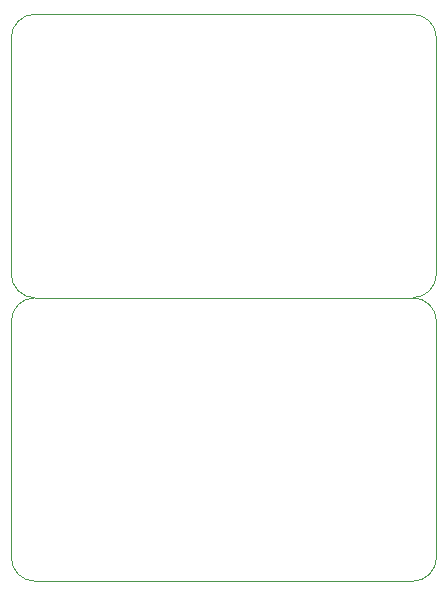
<source format=gbr>
G04 (created by PCBNEW (2013-03-19 BZR 4004)-stable) date 2015/1/6 10:08:28*
%MOIN*%
G04 Gerber Fmt 3.4, Leading zero omitted, Abs format*
%FSLAX34Y34*%
G01*
G70*
G90*
G04 APERTURE LIST*
%ADD10C,0*%
%ADD11C,0.00393701*%
G04 APERTURE END LIST*
G54D10*
G54D11*
X29133Y-29527D02*
G75*
G03X29921Y-28740I0J787D01*
G74*
G01*
X15748Y-28740D02*
G75*
G03X16535Y-29527I787J0D01*
G74*
G01*
X16535Y-20078D02*
G75*
G03X15748Y-20866I0J-787D01*
G74*
G01*
X29921Y-20866D02*
G75*
G03X29133Y-20078I-787J0D01*
G74*
G01*
X29921Y-28740D02*
X29921Y-20866D01*
X16535Y-29527D02*
X29133Y-29527D01*
X15748Y-20866D02*
X15748Y-28740D01*
X29133Y-20078D02*
G75*
G03X29921Y-19291I0J787D01*
G74*
G01*
X15748Y-19291D02*
G75*
G03X16535Y-20078I787J0D01*
G74*
G01*
X16535Y-10629D02*
G75*
G03X15748Y-11417I0J-787D01*
G74*
G01*
X29921Y-11417D02*
G75*
G03X29133Y-10629I-787J0D01*
G74*
G01*
X15748Y-11417D02*
X15748Y-19291D01*
X29133Y-20078D02*
X16535Y-20078D01*
X29921Y-11417D02*
X29921Y-19291D01*
X16535Y-10629D02*
X29133Y-10629D01*
M02*

</source>
